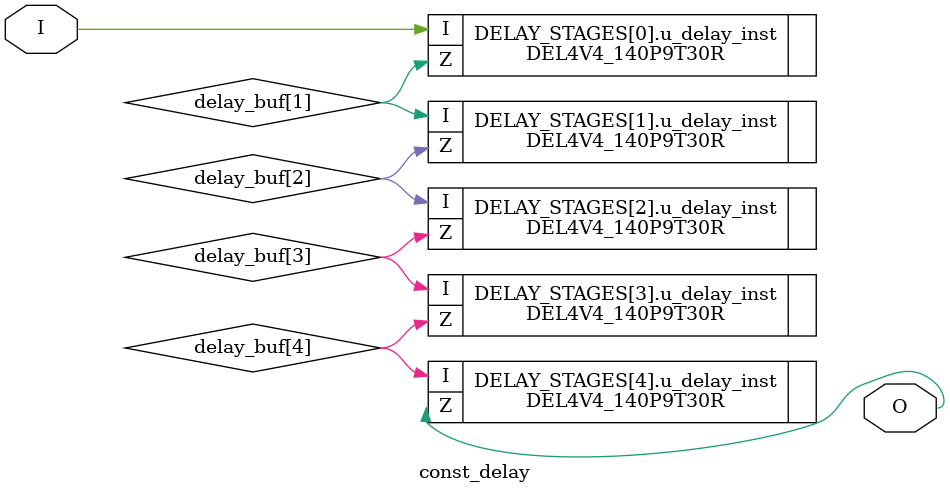
<source format=v>


// Verification Directory fv/const_delay 

module const_delay(I, O);
  input I;
  output O;
  wire I;
  wire O;
  wire \delay_buf[1] , \delay_buf[2] , \delay_buf[3] , \delay_buf[4] ;
  DEL4V4_140P9T30R \DELAY_STAGES[0].u_delay_inst (.I (I), .Z
       (\delay_buf[1] ));
  DEL4V4_140P9T30R \DELAY_STAGES[1].u_delay_inst (.I (\delay_buf[1] ),
       .Z (\delay_buf[2] ));
  DEL4V4_140P9T30R \DELAY_STAGES[2].u_delay_inst (.I (\delay_buf[2] ),
       .Z (\delay_buf[3] ));
  DEL4V4_140P9T30R \DELAY_STAGES[3].u_delay_inst (.I (\delay_buf[3] ),
       .Z (\delay_buf[4] ));
  DEL4V4_140P9T30R \DELAY_STAGES[4].u_delay_inst (.I (\delay_buf[4] ),
       .Z (O));
endmodule


</source>
